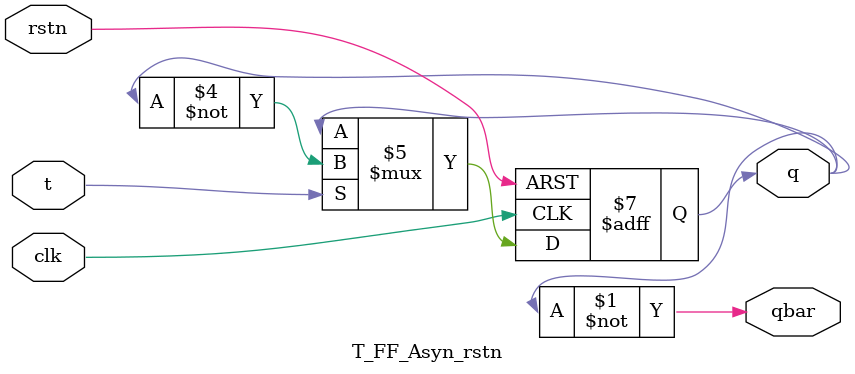
<source format=v>
module T_FF_Asyn_rstn (t,rstn,clk,q,qbar);
 input  t,rstn,clk;
 output reg q;
 output qbar;
 //combinational part
 assign qbar = ~q ;
 //Sequential part
 always @(posedge clk or negedge rstn) begin
    if(~rstn)
        q<=0;
    else if(t)
        q<=~q;
 end
endmodule
</source>
